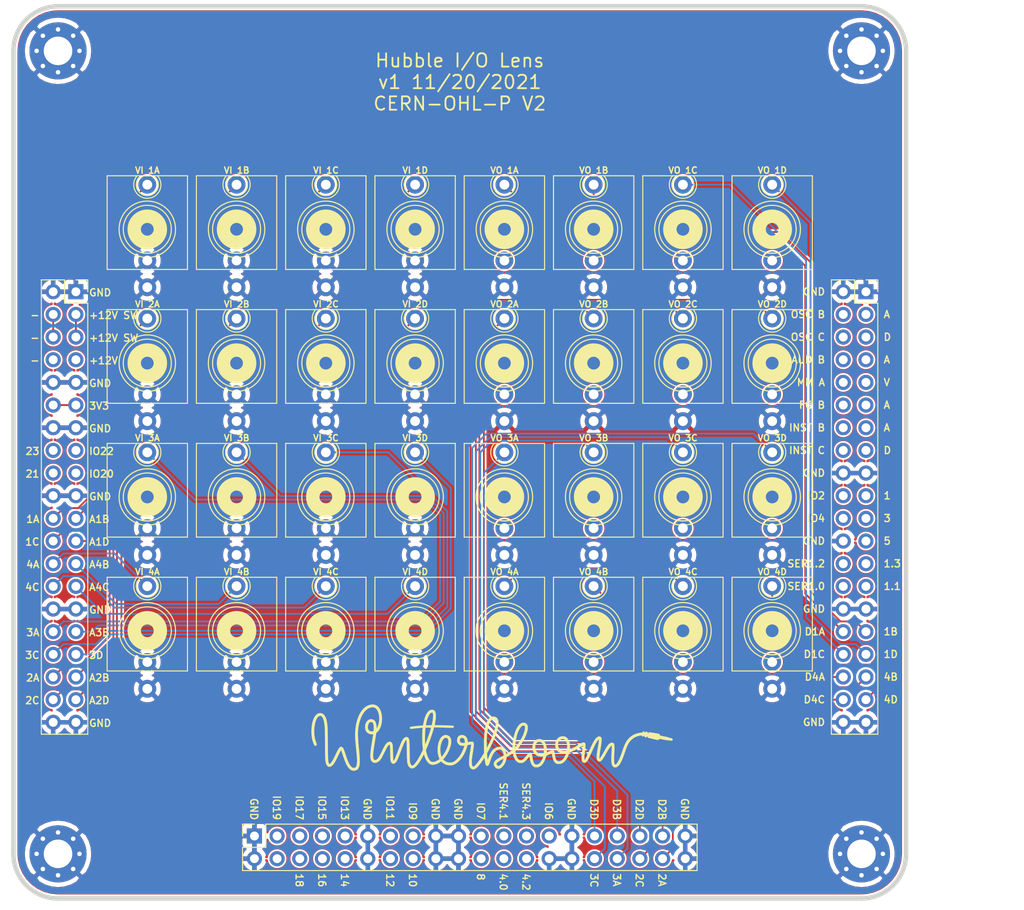
<source format=kicad_pcb>
(kicad_pcb (version 20171130) (host pcbnew "(5.1.10-1-10_14)")
  (title_block (title "TestKit Adapter Template") (date 2021-11-01) (rev v1) (company Winterbloom) (comment 1 "Alethea Flowers") (comment 2 "CERN-OHL-P V2"))
  (layers (0 F.Cu signal) (31 B.Cu signal) (34 B.Paste user) (35 F.Paste user) (36 B.SilkS user) (37 F.SilkS user) (38 B.Mask user) (39 F.Mask user) (44 Edge.Cuts user))
  (net 0 "")
  (net 1 +12V)
  (net 2 -12V)
  (net 3 +3V3)
  (net 4 GND)
  (net 5 SERIAL1.3)
  (net 6 SERIAL1.2)
  (net 7 SERIAL1.1)
  (net 8 SERIAL1.0)
  (net 9 +12VDOWNSTREAM)
  (net 10 -12VDOWNSTREAM)
  (net 11 /DAC_4D)
  (net 12 /DAC_2D)
  (net 13 /DAC_4C)
  (net 14 /DAC_2C)
  (net 15 /DAC_4B)
  (net 16 /DAC_2B)
  (net 17 /DAC_4A)
  (net 18 /DAC_2A)
  (net 19 /DAC_3D)
  (net 20 /DAC_1D)
  (net 21 /DAC_3C)
  (net 22 /DAC_1C)
  (net 23 /DAC_3B)
  (net 24 /DAC_1B)
  (net 25 /DAC_3A)
  (net 26 /DAC_1A)
  (net 27 SERIAL4.3)
  (net 28 SERIAL4.2)
  (net 29 SERIAL4.1)
  (net 30 SERIAL4.0)
  (net 31 /EXT_FG_B)
  (net 32 /EXT_FG_A)
  (net 33 /EXT_MM_A)
  (net 34 /EXT_MM_V)
  (net 35 /EXT_AUDIO_B)
  (net 36 /EXT_AUDIO_A)
  (net 37 /EXT_OSC_C)
  (net 38 /EXT_OSC_D)
  (net 39 /EXT_OSC_B)
  (net 40 /EXT_OSC_A)
  (net 41 /IO5)
  (net 42 /IO4)
  (net 43 /IO3)
  (net 44 /IO2)
  (net 45 /IO1)
  (net 46 /ADC_1D)
  (net 47 /ADC_1C)
  (net 48 /ADC_1B)
  (net 49 /ADC_1A)
  (net 50 /ADC_4A)
  (net 51 /ADC_4B)
  (net 52 /ADC_4C)
  (net 53 /ADC_4D)
  (net 54 /ADC_2A)
  (net 55 /ADC_2B)
  (net 56 /ADC_2C)
  (net 57 /ADC_2D)
  (net 58 /ADC_3D)
  (net 59 /ADC_3C)
  (net 60 /ADC_3B)
  (net 61 /ADC_3A)
  (net 62 /IO6)
  (net 63 /IO7)
  (net 64 /IO8)
  (net 65 /IO9)
  (net 66 /IO10)
  (net 67 /IO11)
  (net 68 /IO12)
  (net 69 /IO13)
  (net 70 /IO14)
  (net 71 /IO15)
  (net 72 /IO16)
  (net 73 /IO17)
  (net 74 /IO18)
  (net 75 /IO19)
  (net 76 /IO20)
  (net 77 /IO21)
  (net 78 "Net-(J7-Pad4)")
  (net 79 /IO22)
  (net 80 /IO23)
  (net 81 /EXT_INST_C)
  (net 82 /EXT_INST_D)
  (net 83 /EXT_INST_B)
  (net 84 /EXT_INST_A)
  (net 85 "Net-(J20-PadTN)")
  (net 86 "Net-(J21-PadTN)")
  (net 87 "Net-(J22-PadTN)")
  (net 88 "Net-(J23-PadTN)")
  (net 89 "Net-(J24-PadTN)")
  (net 90 "Net-(J25-PadTN)")
  (net 91 "Net-(J26-PadTN)")
  (net 92 "Net-(J27-PadTN)")
  (net 93 "Net-(J28-PadTN)")
  (net 94 "Net-(J29-PadTN)")
  (net 95 "Net-(J30-PadTN)")
  (net 96 "Net-(J31-PadTN)")
  (net 97 "Net-(J32-PadTN)")
  (net 98 "Net-(J33-PadTN)")
  (net 99 "Net-(J34-PadTN)")
  (net 100 "Net-(J35-PadTN)")
  (module winterbloom:WQP-WQP518MA (layer F.Cu) (at 160 119)
    (fp_text reference J35 hide)
    (fp_text value "VO 4D" (at 0.01 -6.61 180) (layer F.SilkS) (effects (font (size 0.7 0.7))))
    (pad T thru_hole circle (at 0 -5) (size 2 2) (drill 1.1) (layers *.Cu *.Mask) (net 11 /DAC_4D))
    (pad TN thru_hole circle (at 0 3.5) (size 2 2) (drill 1.1) (layers *.Cu *.Mask) (net 100 "Net-(J35-PadTN)"))
    (pad S thru_hole circle (at 0 6.5) (size 2 2) (drill 1.1) (layers *.Cu *.Mask) (net 4 GND))
  )
  (module winterbloom:WQP-WQP518MA (layer F.Cu) (at 150 119)
    (fp_text reference J34 hide)
    (fp_text value "VO 4C" (at 0.01 -6.61 180) (layer F.SilkS) (effects (font (size 0.7 0.7))))
    (pad T thru_hole circle (at 0 -5) (size 2 2) (drill 1.1) (layers *.Cu *.Mask) (net 13 /DAC_4C))
    (pad TN thru_hole circle (at 0 3.5) (size 2 2) (drill 1.1) (layers *.Cu *.Mask) (net 99 "Net-(J34-PadTN)"))
    (pad S thru_hole circle (at 0 6.5) (size 2 2) (drill 1.1) (layers *.Cu *.Mask) (net 4 GND))
  )
  (module winterbloom:WQP-WQP518MA (layer F.Cu) (at 140 119)
    (fp_text reference J33 hide)
    (fp_text value "VO 4B" (at 0.01 -6.61 180) (layer F.SilkS) (effects (font (size 0.7 0.7))))
    (pad T thru_hole circle (at 0 -5) (size 2 2) (drill 1.1) (layers *.Cu *.Mask) (net 15 /DAC_4B))
    (pad TN thru_hole circle (at 0 3.5) (size 2 2) (drill 1.1) (layers *.Cu *.Mask) (net 98 "Net-(J33-PadTN)"))
    (pad S thru_hole circle (at 0 6.5) (size 2 2) (drill 1.1) (layers *.Cu *.Mask) (net 4 GND))
  )
  (module winterbloom:WQP-WQP518MA (layer F.Cu) (at 130 119)
    (fp_text reference J32 hide)
    (fp_text value "VO 4A" (at 0.01 -6.61 180) (layer F.SilkS) (effects (font (size 0.7 0.7))))
    (pad T thru_hole circle (at 0 -5) (size 2 2) (drill 1.1) (layers *.Cu *.Mask) (net 17 /DAC_4A))
    (pad TN thru_hole circle (at 0 3.5) (size 2 2) (drill 1.1) (layers *.Cu *.Mask) (net 97 "Net-(J32-PadTN)"))
    (pad S thru_hole circle (at 0 6.5) (size 2 2) (drill 1.1) (layers *.Cu *.Mask) (net 4 GND))
  )
  (module winterbloom:WQP-WQP518MA (layer F.Cu) (at 160 104)
    (fp_text reference J31 hide)
    (fp_text value "VO 3D" (at 0.01 -6.61 180) (layer F.SilkS) (effects (font (size 0.7 0.7))))
    (pad T thru_hole circle (at 0 -5) (size 2 2) (drill 1.1) (layers *.Cu *.Mask) (net 19 /DAC_3D))
    (pad TN thru_hole circle (at 0 3.5) (size 2 2) (drill 1.1) (layers *.Cu *.Mask) (net 96 "Net-(J31-PadTN)"))
    (pad S thru_hole circle (at 0 6.5) (size 2 2) (drill 1.1) (layers *.Cu *.Mask) (net 4 GND))
  )
  (module winterbloom:WQP-WQP518MA (layer F.Cu) (at 150 104)
    (fp_text reference J30 hide)
    (fp_text value "VO 3C" (at 0.01 -6.61 180) (layer F.SilkS) (effects (font (size 0.7 0.7))))
    (pad T thru_hole circle (at 0 -5) (size 2 2) (drill 1.1) (layers *.Cu *.Mask) (net 21 /DAC_3C))
    (pad TN thru_hole circle (at 0 3.5) (size 2 2) (drill 1.1) (layers *.Cu *.Mask) (net 95 "Net-(J30-PadTN)"))
    (pad S thru_hole circle (at 0 6.5) (size 2 2) (drill 1.1) (layers *.Cu *.Mask) (net 4 GND))
  )
  (module winterbloom:WQP-WQP518MA (layer F.Cu) (at 140 104)
    (fp_text reference J29 hide)
    (fp_text value "VO 3B" (at 0.01 -6.61 180) (layer F.SilkS) (effects (font (size 0.7 0.7))))
    (pad T thru_hole circle (at 0 -5) (size 2 2) (drill 1.1) (layers *.Cu *.Mask) (net 23 /DAC_3B))
    (pad TN thru_hole circle (at 0 3.5) (size 2 2) (drill 1.1) (layers *.Cu *.Mask) (net 94 "Net-(J29-PadTN)"))
    (pad S thru_hole circle (at 0 6.5) (size 2 2) (drill 1.1) (layers *.Cu *.Mask) (net 4 GND))
  )
  (module winterbloom:WQP-WQP518MA (layer F.Cu) (at 130 104)
    (fp_text reference J28 hide)
    (fp_text value "VO 3A" (at 0.01 -6.61 180) (layer F.SilkS) (effects (font (size 0.7 0.7))))
    (pad T thru_hole circle (at 0 -5) (size 2 2) (drill 1.1) (layers *.Cu *.Mask) (net 25 /DAC_3A))
    (pad TN thru_hole circle (at 0 3.5) (size 2 2) (drill 1.1) (layers *.Cu *.Mask) (net 93 "Net-(J28-PadTN)"))
    (pad S thru_hole circle (at 0 6.5) (size 2 2) (drill 1.1) (layers *.Cu *.Mask) (net 4 GND))
  )
  (module winterbloom:WQP-WQP518MA (layer F.Cu) (at 160 89)
    (fp_text reference J27 hide)
    (fp_text value "VO 2D" (at 0.01 -6.61 180) (layer F.SilkS) (effects (font (size 0.7 0.7))))
    (pad T thru_hole circle (at 0 -5) (size 2 2) (drill 1.1) (layers *.Cu *.Mask) (net 12 /DAC_2D))
    (pad TN thru_hole circle (at 0 3.5) (size 2 2) (drill 1.1) (layers *.Cu *.Mask) (net 92 "Net-(J27-PadTN)"))
    (pad S thru_hole circle (at 0 6.5) (size 2 2) (drill 1.1) (layers *.Cu *.Mask) (net 4 GND))
  )
  (module winterbloom:WQP-WQP518MA (layer F.Cu) (at 150 89)
    (fp_text reference J26 hide)
    (fp_text value "VO 2C" (at 0.01 -6.61 180) (layer F.SilkS) (effects (font (size 0.7 0.7))))
    (pad T thru_hole circle (at 0 -5) (size 2 2) (drill 1.1) (layers *.Cu *.Mask) (net 14 /DAC_2C))
    (pad TN thru_hole circle (at 0 3.5) (size 2 2) (drill 1.1) (layers *.Cu *.Mask) (net 91 "Net-(J26-PadTN)"))
    (pad S thru_hole circle (at 0 6.5) (size 2 2) (drill 1.1) (layers *.Cu *.Mask) (net 4 GND))
  )
  (module winterbloom:WQP-WQP518MA (layer F.Cu) (at 140 89)
    (fp_text reference J25 hide)
    (fp_text value "VO 2B" (at 0.01 -6.61 180) (layer F.SilkS) (effects (font (size 0.7 0.7))))
    (pad T thru_hole circle (at 0 -5) (size 2 2) (drill 1.1) (layers *.Cu *.Mask) (net 16 /DAC_2B))
    (pad TN thru_hole circle (at 0 3.5) (size 2 2) (drill 1.1) (layers *.Cu *.Mask) (net 90 "Net-(J25-PadTN)"))
    (pad S thru_hole circle (at 0 6.5) (size 2 2) (drill 1.1) (layers *.Cu *.Mask) (net 4 GND))
  )
  (module winterbloom:WQP-WQP518MA (layer F.Cu) (at 130 89)
    (fp_text reference J24 hide)
    (fp_text value "VO 2A" (at 0.01 -6.61 180) (layer F.SilkS) (effects (font (size 0.7 0.7))))
    (pad T thru_hole circle (at 0 -5) (size 2 2) (drill 1.1) (layers *.Cu *.Mask) (net 18 /DAC_2A))
    (pad TN thru_hole circle (at 0 3.5) (size 2 2) (drill 1.1) (layers *.Cu *.Mask) (net 89 "Net-(J24-PadTN)"))
    (pad S thru_hole circle (at 0 6.5) (size 2 2) (drill 1.1) (layers *.Cu *.Mask) (net 4 GND))
  )
  (module winterbloom:WQP-WQP518MA (layer F.Cu) (at 160 74)
    (fp_text reference J23 hide)
    (fp_text value "VO 1D" (at 0.01 -6.61 180) (layer F.SilkS) (effects (font (size 0.7 0.7))))
    (pad T thru_hole circle (at 0 -5) (size 2 2) (drill 1.1) (layers *.Cu *.Mask) (net 20 /DAC_1D))
    (pad TN thru_hole circle (at 0 3.5) (size 2 2) (drill 1.1) (layers *.Cu *.Mask) (net 88 "Net-(J23-PadTN)"))
    (pad S thru_hole circle (at 0 6.5) (size 2 2) (drill 1.1) (layers *.Cu *.Mask) (net 4 GND))
  )
  (module winterbloom:WQP-WQP518MA (layer F.Cu) (at 150 74)
    (fp_text reference J22 hide)
    (fp_text value "VO 1C" (at 0.01 -6.61 180) (layer F.SilkS) (effects (font (size 0.7 0.7))))
    (pad T thru_hole circle (at 0 -5) (size 2 2) (drill 1.1) (layers *.Cu *.Mask) (net 22 /DAC_1C))
    (pad TN thru_hole circle (at 0 3.5) (size 2 2) (drill 1.1) (layers *.Cu *.Mask) (net 87 "Net-(J22-PadTN)"))
    (pad S thru_hole circle (at 0 6.5) (size 2 2) (drill 1.1) (layers *.Cu *.Mask) (net 4 GND))
  )
  (module winterbloom:WQP-WQP518MA (layer F.Cu) (at 140 74)
    (fp_text reference J21 hide)
    (fp_text value "VO 1B" (at 0.01 -6.61 180) (layer F.SilkS) (effects (font (size 0.7 0.7))))
    (pad T thru_hole circle (at 0 -5) (size 2 2) (drill 1.1) (layers *.Cu *.Mask) (net 24 /DAC_1B))
    (pad TN thru_hole circle (at 0 3.5) (size 2 2) (drill 1.1) (layers *.Cu *.Mask) (net 86 "Net-(J21-PadTN)"))
    (pad S thru_hole circle (at 0 6.5) (size 2 2) (drill 1.1) (layers *.Cu *.Mask) (net 4 GND))
  )
  (module winterbloom:WQP-WQP518MA (layer F.Cu) (at 130 74)
    (fp_text reference J20 hide)
    (fp_text value "VO 1A" (at 0.01 -6.61 180) (layer F.SilkS) (effects (font (size 0.7 0.7))))
    (pad T thru_hole circle (at 0 -5) (size 2 2) (drill 1.1) (layers *.Cu *.Mask) (net 26 /DAC_1A))
    (pad TN thru_hole circle (at 0 3.5) (size 2 2) (drill 1.1) (layers *.Cu *.Mask) (net 85 "Net-(J20-PadTN)"))
    (pad S thru_hole circle (at 0 6.5) (size 2 2) (drill 1.1) (layers *.Cu *.Mask) (net 4 GND))
  )
  (module winterbloom:WQP-WQP518MA (layer F.Cu) (at 120 119)
    (fp_text reference J19 hide)
    (fp_text value "VI 4D" (at 0.01 -6.61 180) (layer F.SilkS) (effects (font (size 0.7 0.7))))
    (pad T thru_hole circle (at 0 -5) (size 2 2) (drill 1.1) (layers *.Cu *.Mask) (net 53 /ADC_4D))
    (pad TN thru_hole circle (at 0 3.5) (size 2 2) (drill 1.1) (layers *.Cu *.Mask) (net 4 GND))
    (pad S thru_hole circle (at 0 6.5) (size 2 2) (drill 1.1) (layers *.Cu *.Mask) (net 4 GND))
  )
  (module winterbloom:WQP-WQP518MA (layer F.Cu) (at 110 119)
    (fp_text reference J18 hide)
    (fp_text value "VI 4C" (at 0.01 -6.61 180) (layer F.SilkS) (effects (font (size 0.7 0.7))))
    (pad T thru_hole circle (at 0 -5) (size 2 2) (drill 1.1) (layers *.Cu *.Mask) (net 52 /ADC_4C))
    (pad TN thru_hole circle (at 0 3.5) (size 2 2) (drill 1.1) (layers *.Cu *.Mask) (net 4 GND))
    (pad S thru_hole circle (at 0 6.5) (size 2 2) (drill 1.1) (layers *.Cu *.Mask) (net 4 GND))
  )
  (module winterbloom:WQP-WQP518MA (layer F.Cu) (at 100 119)
    (fp_text reference J17 hide)
    (fp_text value "VI 4B" (at 0.01 -6.61 180) (layer F.SilkS) (effects (font (size 0.7 0.7))))
    (pad T thru_hole circle (at 0 -5) (size 2 2) (drill 1.1) (layers *.Cu *.Mask) (net 51 /ADC_4B))
    (pad TN thru_hole circle (at 0 3.5) (size 2 2) (drill 1.1) (layers *.Cu *.Mask) (net 4 GND))
    (pad S thru_hole circle (at 0 6.5) (size 2 2) (drill 1.1) (layers *.Cu *.Mask) (net 4 GND))
  )
  (module winterbloom:WQP-WQP518MA (layer F.Cu) (at 90 119)
    (fp_text reference J16 hide)
    (fp_text value "VI 4A" (at 0.01 -6.61 180) (layer F.SilkS) (effects (font (size 0.7 0.7))))
    (pad T thru_hole circle (at 0 -5) (size 2 2) (drill 1.1) (layers *.Cu *.Mask) (net 50 /ADC_4A))
    (pad TN thru_hole circle (at 0 3.5) (size 2 2) (drill 1.1) (layers *.Cu *.Mask) (net 4 GND))
    (pad S thru_hole circle (at 0 6.5) (size 2 2) (drill 1.1) (layers *.Cu *.Mask) (net 4 GND))
  )
  (module winterbloom:WQP-WQP518MA (layer F.Cu) (at 120 104)
    (fp_text reference J15 hide)
    (fp_text value "VI 3D" (at 0.01 -6.61 180) (layer F.SilkS) (effects (font (size 0.7 0.7))))
    (pad T thru_hole circle (at 0 -5) (size 2 2) (drill 1.1) (layers *.Cu *.Mask) (net 58 /ADC_3D))
    (pad TN thru_hole circle (at 0 3.5) (size 2 2) (drill 1.1) (layers *.Cu *.Mask) (net 4 GND))
    (pad S thru_hole circle (at 0 6.5) (size 2 2) (drill 1.1) (layers *.Cu *.Mask) (net 4 GND))
  )
  (module winterbloom:WQP-WQP518MA (layer F.Cu) (at 110 104)
    (fp_text reference J14 hide)
    (fp_text value "VI 3C" (at 0.01 -6.61 180) (layer F.SilkS) (effects (font (size 0.7 0.7))))
    (pad T thru_hole circle (at 0 -5) (size 2 2) (drill 1.1) (layers *.Cu *.Mask) (net 59 /ADC_3C))
    (pad TN thru_hole circle (at 0 3.5) (size 2 2) (drill 1.1) (layers *.Cu *.Mask) (net 4 GND))
    (pad S thru_hole circle (at 0 6.5) (size 2 2) (drill 1.1) (layers *.Cu *.Mask) (net 4 GND))
  )
  (module winterbloom:WQP-WQP518MA (layer F.Cu) (at 100 104)
    (fp_text reference J13 hide)
    (fp_text value "VI 3B" (at 0.01 -6.61 180) (layer F.SilkS) (effects (font (size 0.7 0.7))))
    (pad T thru_hole circle (at 0 -5) (size 2 2) (drill 1.1) (layers *.Cu *.Mask) (net 60 /ADC_3B))
    (pad TN thru_hole circle (at 0 3.5) (size 2 2) (drill 1.1) (layers *.Cu *.Mask) (net 4 GND))
    (pad S thru_hole circle (at 0 6.5) (size 2 2) (drill 1.1) (layers *.Cu *.Mask) (net 4 GND))
  )
  (module winterbloom:WQP-WQP518MA (layer F.Cu) (at 90 104)
    (fp_text reference J12 hide)
    (fp_text value "VI 3A" (at 0.01 -6.61 180) (layer F.SilkS) (effects (font (size 0.7 0.7))))
    (pad T thru_hole circle (at 0 -5) (size 2 2) (drill 1.1) (layers *.Cu *.Mask) (net 61 /ADC_3A))
    (pad TN thru_hole circle (at 0 3.5) (size 2 2) (drill 1.1) (layers *.Cu *.Mask) (net 4 GND))
    (pad S thru_hole circle (at 0 6.5) (size 2 2) (drill 1.1) (layers *.Cu *.Mask) (net 4 GND))
  )
  (module winterbloom:WQP-WQP518MA (layer F.Cu) (at 120 89)
    (fp_text reference J11 hide)
    (fp_text value "VI 2D" (at 0.01 -6.61 180) (layer F.SilkS) (effects (font (size 0.7 0.7))))
    (pad T thru_hole circle (at 0 -5) (size 2 2) (drill 1.1) (layers *.Cu *.Mask) (net 57 /ADC_2D))
    (pad TN thru_hole circle (at 0 3.5) (size 2 2) (drill 1.1) (layers *.Cu *.Mask) (net 4 GND))
    (pad S thru_hole circle (at 0 6.5) (size 2 2) (drill 1.1) (layers *.Cu *.Mask) (net 4 GND))
  )
  (module winterbloom:WQP-WQP518MA (layer F.Cu) (at 110 89)
    (fp_text reference J10 hide)
    (fp_text value "VI 2C" (at 0.01 -6.61 180) (layer F.SilkS) (effects (font (size 0.7 0.7))))
    (pad T thru_hole circle (at 0 -5) (size 2 2) (drill 1.1) (layers *.Cu *.Mask) (net 56 /ADC_2C))
    (pad TN thru_hole circle (at 0 3.5) (size 2 2) (drill 1.1) (layers *.Cu *.Mask) (net 4 GND))
    (pad S thru_hole circle (at 0 6.5) (size 2 2) (drill 1.1) (layers *.Cu *.Mask) (net 4 GND))
  )
  (module winterbloom:WQP-WQP518MA (layer F.Cu) (at 100 89)
    (fp_text reference J9 hide)
    (fp_text value "VI 2B" (at 0.01 -6.61 180) (layer F.SilkS) (effects (font (size 0.7 0.7))))
    (pad T thru_hole circle (at 0 -5) (size 2 2) (drill 1.1) (layers *.Cu *.Mask) (net 55 /ADC_2B))
    (pad TN thru_hole circle (at 0 3.5) (size 2 2) (drill 1.1) (layers *.Cu *.Mask) (net 4 GND))
    (pad S thru_hole circle (at 0 6.5) (size 2 2) (drill 1.1) (layers *.Cu *.Mask) (net 4 GND))
  )
  (module winterbloom:WQP-WQP518MA (layer F.Cu) (at 90 89)
    (fp_text reference J8 hide)
    (fp_text value "VI 2A" (at 0.01 -6.61 180) (layer F.SilkS) (effects (font (size 0.7 0.7))))
    (pad T thru_hole circle (at 0 -5) (size 2 2) (drill 1.1) (layers *.Cu *.Mask) (net 54 /ADC_2A))
    (pad TN thru_hole circle (at 0 3.5) (size 2 2) (drill 1.1) (layers *.Cu *.Mask) (net 4 GND))
    (pad S thru_hole circle (at 0 6.5) (size 2 2) (drill 1.1) (layers *.Cu *.Mask) (net 4 GND))
  )
  (module winterbloom:WQP-WQP518MA (layer F.Cu) (at 120 74)
    (fp_text reference J4 hide)
    (fp_text value "VI 1D" (at 0.01 -6.61 180) (layer F.SilkS) (effects (font (size 0.7 0.7))))
    (pad T thru_hole circle (at 0 -5) (size 2 2) (drill 1.1) (layers *.Cu *.Mask) (net 46 /ADC_1D))
    (pad TN thru_hole circle (at 0 3.5) (size 2 2) (drill 1.1) (layers *.Cu *.Mask) (net 4 GND))
    (pad S thru_hole circle (at 0 6.5) (size 2 2) (drill 1.1) (layers *.Cu *.Mask) (net 4 GND))
  )
  (module winterbloom:WQP-WQP518MA (layer F.Cu) (at 110 74)
    (fp_text reference J3 hide)
    (fp_text value "VI 1C" (at 0.01 -6.61 180) (layer F.SilkS) (effects (font (size 0.7 0.7))))
    (pad T thru_hole circle (at 0 -5) (size 2 2) (drill 1.1) (layers *.Cu *.Mask) (net 47 /ADC_1C))
    (pad TN thru_hole circle (at 0 3.5) (size 2 2) (drill 1.1) (layers *.Cu *.Mask) (net 4 GND))
    (pad S thru_hole circle (at 0 6.5) (size 2 2) (drill 1.1) (layers *.Cu *.Mask) (net 4 GND))
  )
  (module winterbloom:WQP-WQP518MA (layer F.Cu) (at 100 74)
    (fp_text reference J2 hide)
    (fp_text value "VI 1B" (at 0.01 -6.61 180) (layer F.SilkS) (effects (font (size 0.7 0.7))))
    (pad T thru_hole circle (at 0 -5) (size 2 2) (drill 1.1) (layers *.Cu *.Mask) (net 48 /ADC_1B))
    (pad TN thru_hole circle (at 0 3.5) (size 2 2) (drill 1.1) (layers *.Cu *.Mask) (net 4 GND))
    (pad S thru_hole circle (at 0 6.5) (size 2 2) (drill 1.1) (layers *.Cu *.Mask) (net 4 GND))
  )
  (module winterbloom:WQP-WQP518MA (layer F.Cu) (at 90 74)
    (fp_text reference J1 hide)
    (fp_text value "VI 1A" (at 0.01 -6.61 180) (layer F.SilkS) (effects (font (size 0.7 0.7))))
    (pad T thru_hole circle (at 0 -5) (size 2 2) (drill 1.1) (layers *.Cu *.Mask) (net 49 /ADC_1A))
    (pad TN thru_hole circle (at 0 3.5) (size 2 2) (drill 1.1) (layers *.Cu *.Mask) (net 4 GND))
    (pad S thru_hole circle (at 0 6.5) (size 2 2) (drill 1.1) (layers *.Cu *.Mask) (net 4 GND))
  )
  (module MountingHole:MountingHole_3.2mm_M3_Pad_Via (layer F.Cu) (at 80 54)
    (fp_text reference H1 hide)
    (fp_text value M3 hide)
    (pad 1 thru_hole circle (at 1.697056 -1.697056) (size 0.8 0.8) (drill 0.5) (layers *.Cu *.Mask) (net 4 GND))
    (pad 1 thru_hole circle (at 0 -2.4) (size 0.8 0.8) (drill 0.5) (layers *.Cu *.Mask) (net 4 GND))
    (pad 1 thru_hole circle (at -1.697056 -1.697056) (size 0.8 0.8) (drill 0.5) (layers *.Cu *.Mask) (net 4 GND))
    (pad 1 thru_hole circle (at -2.4 0) (size 0.8 0.8) (drill 0.5) (layers *.Cu *.Mask) (net 4 GND))
    (pad 1 thru_hole circle (at -1.697056 1.697056) (size 0.8 0.8) (drill 0.5) (layers *.Cu *.Mask) (net 4 GND))
    (pad 1 thru_hole circle (at 0 2.4) (size 0.8 0.8) (drill 0.5) (layers *.Cu *.Mask) (net 4 GND))
    (pad 1 thru_hole circle (at 1.697056 1.697056) (size 0.8 0.8) (drill 0.5) (layers *.Cu *.Mask) (net 4 GND))
    (pad 1 thru_hole circle (at 2.4 0) (size 0.8 0.8) (drill 0.5) (layers *.Cu *.Mask) (net 4 GND))
    (pad 1 thru_hole circle (at 0 0) (size 6.4 6.4) (drill 3.2) (layers *.Cu *.Mask) (net 4 GND))
  )
  (module MountingHole:MountingHole_3.2mm_M3_Pad_Via (layer F.Cu) (at 170 144)
    (fp_text reference H4 hide)
    (fp_text value M3 hide)
    (pad 1 thru_hole circle (at 1.697056 -1.697056) (size 0.8 0.8) (drill 0.5) (layers *.Cu *.Mask) (net 4 GND))
    (pad 1 thru_hole circle (at 0 -2.4) (size 0.8 0.8) (drill 0.5) (layers *.Cu *.Mask) (net 4 GND))
    (pad 1 thru_hole circle (at -1.697056 -1.697056) (size 0.8 0.8) (drill 0.5) (layers *.Cu *.Mask) (net 4 GND))
    (pad 1 thru_hole circle (at -2.4 0) (size 0.8 0.8) (drill 0.5) (layers *.Cu *.Mask) (net 4 GND))
    (pad 1 thru_hole circle (at -1.697056 1.697056) (size 0.8 0.8) (drill 0.5) (layers *.Cu *.Mask) (net 4 GND))
    (pad 1 thru_hole circle (at 0 2.4) (size 0.8 0.8) (drill 0.5) (layers *.Cu *.Mask) (net 4 GND))
    (pad 1 thru_hole circle (at 1.697056 1.697056) (size 0.8 0.8) (drill 0.5) (layers *.Cu *.Mask) (net 4 GND))
    (pad 1 thru_hole circle (at 2.4 0) (size 0.8 0.8) (drill 0.5) (layers *.Cu *.Mask) (net 4 GND))
    (pad 1 thru_hole circle (at 0 0) (size 6.4 6.4) (drill 3.2) (layers *.Cu *.Mask) (net 4 GND))
  )
  (module MountingHole:MountingHole_3.2mm_M3_Pad_Via (layer F.Cu) (at 170 54)
    (fp_text reference H3 hide)
    (fp_text value M3 hide)
    (pad 1 thru_hole circle (at 1.697056 -1.697056) (size 0.8 0.8) (drill 0.5) (layers *.Cu *.Mask) (net 4 GND))
    (pad 1 thru_hole circle (at 0 -2.4) (size 0.8 0.8) (drill 0.5) (layers *.Cu *.Mask) (net 4 GND))
    (pad 1 thru_hole circle (at -1.697056 -1.697056) (size 0.8 0.8) (drill 0.5) (layers *.Cu *.Mask) (net 4 GND))
    (pad 1 thru_hole circle (at -2.4 0) (size 0.8 0.8) (drill 0.5) (layers *.Cu *.Mask) (net 4 GND))
    (pad 1 thru_hole circle (at -1.697056 1.697056) (size 0.8 0.8) (drill 0.5) (layers *.Cu *.Mask) (net 4 GND))
    (pad 1 thru_hole circle (at 0 2.4) (size 0.8 0.8) (drill 0.5) (layers *.Cu *.Mask) (net 4 GND))
    (pad 1 thru_hole circle (at 1.697056 1.697056) (size 0.8 0.8) (drill 0.5) (layers *.Cu *.Mask) (net 4 GND))
    (pad 1 thru_hole circle (at 2.4 0) (size 0.8 0.8) (drill 0.5) (layers *.Cu *.Mask) (net 4 GND))
    (pad 1 thru_hole circle (at 0 0) (size 6.4 6.4) (drill 3.2) (layers *.Cu *.Mask) (net 4 GND))
  )
  (module MountingHole:MountingHole_3.2mm_M3_Pad_Via (layer F.Cu) (at 80 144)
    (fp_text reference H2 hide)
    (fp_text value M3 hide)
    (pad 1 thru_hole circle (at 1.697056 -1.697056) (size 0.8 0.8) (drill 0.5) (layers *.Cu *.Mask) (net 4 GND))
    (pad 1 thru_hole circle (at 0 -2.4) (size 0.8 0.8) (drill 0.5) (layers *.Cu *.Mask) (net 4 GND))
    (pad 1 thru_hole circle (at -1.697056 -1.697056) (size 0.8 0.8) (drill 0.5) (layers *.Cu *.Mask) (net 4 GND))
    (pad 1 thru_hole circle (at -2.4 0) (size 0.8 0.8) (drill 0.5) (layers *.Cu *.Mask) (net 4 GND))
    (pad 1 thru_hole circle (at -1.697056 1.697056) (size 0.8 0.8) (drill 0.5) (layers *.Cu *.Mask) (net 4 GND))
    (pad 1 thru_hole circle (at 0 2.4) (size 0.8 0.8) (drill 0.5) (layers *.Cu *.Mask) (net 4 GND))
    (pad 1 thru_hole circle (at 1.697056 1.697056) (size 0.8 0.8) (drill 0.5) (layers *.Cu *.Mask) (net 4 GND))
    (pad 1 thru_hole circle (at 2.4 0) (size 0.8 0.8) (drill 0.5) (layers *.Cu *.Mask) (net 4 GND))
    (pad 1 thru_hole circle (at 0 0) (size 6.4 6.4) (drill 3.2) (layers *.Cu *.Mask) (net 4 GND))
  )
  (module winterbloom:Extra_Long_Wiggly_Boi_40mm (layer F.Cu) (at 128.62 130.97)
    (fp_text reference G*** hide)
    (fp_text value LOGO hide)
  )
  (module Connector_PinSocket_2.54mm:PinSocket_2x20_P2.54mm_Vertical (layer F.Cu) (at 102 142 90)
    (fp_text reference J7 hide)
    (fp_text value Bottom hide)
    (pad 40 thru_hole oval (at -2.54 48.26 90) (size 1.7 1.7) (drill 1) (layers *.Cu *.Mask) (net 4 GND))
    (pad 39 thru_hole oval (at 0 48.26 90) (size 1.7 1.7) (drill 1) (layers *.Cu *.Mask) (net 4 GND))
    (pad 38 thru_hole oval (at -2.54 45.72 90) (size 1.7 1.7) (drill 1) (layers *.Cu *.Mask) (net 18 /DAC_2A))
    (pad 37 thru_hole oval (at 0 45.72 90) (size 1.7 1.7) (drill 1) (layers *.Cu *.Mask) (net 16 /DAC_2B))
    (pad 36 thru_hole oval (at -2.54 43.18 90) (size 1.7 1.7) (drill 1) (layers *.Cu *.Mask) (net 14 /DAC_2C))
    (pad 35 thru_hole oval (at 0 43.18 90) (size 1.7 1.7) (drill 1) (layers *.Cu *.Mask) (net 12 /DAC_2D))
    (pad 34 thru_hole oval (at -2.54 40.64 90) (size 1.7 1.7) (drill 1) (layers *.Cu *.Mask) (net 25 /DAC_3A))
    (pad 33 thru_hole oval (at 0 40.64 90) (size 1.7 1.7) (drill 1) (layers *.Cu *.Mask) (net 23 /DAC_3B))
    (pad 32 thru_hole oval (at -2.54 38.1 90) (size 1.7 1.7) (drill 1) (layers *.Cu *.Mask) (net 21 /DAC_3C))
    (pad 31 thru_hole oval (at 0 38.1 90) (size 1.7 1.7) (drill 1) (layers *.Cu *.Mask) (net 19 /DAC_3D))
    (pad 30 thru_hole oval (at -2.54 35.56 90) (size 1.7 1.7) (drill 1) (layers *.Cu *.Mask) (net 4 GND))
    (pad 29 thru_hole oval (at 0 35.56 90) (size 1.7 1.7) (drill 1) (layers *.Cu *.Mask) (net 4 GND))
    (pad 28 thru_hole oval (at -2.54 33.02 90) (size 1.7 1.7) (drill 1) (layers *.Cu *.Mask) (net 4 GND))
    (pad 27 thru_hole oval (at 0 33.02 90) (size 1.7 1.7) (drill 1) (layers *.Cu *.Mask) (net 62 /IO6))
    (pad 26 thru_hole oval (at -2.54 30.48 90) (size 1.7 1.7) (drill 1) (layers *.Cu *.Mask) (net 28 SERIAL4.2))
    (pad 25 thru_hole oval (at 0 30.48 90) (size 1.7 1.7) (drill 1) (layers *.Cu *.Mask) (net 27 SERIAL4.3))
    (pad 24 thru_hole oval (at -2.54 27.94 90) (size 1.7 1.7) (drill 1) (layers *.Cu *.Mask) (net 30 SERIAL4.0))
    (pad 23 thru_hole oval (at 0 27.94 90) (size 1.7 1.7) (drill 1) (layers *.Cu *.Mask) (net 29 SERIAL4.1))
    (pad 22 thru_hole oval (at -2.54 25.4 90) (size 1.7 1.7) (drill 1) (layers *.Cu *.Mask) (net 64 /IO8))
    (pad 21 thru_hole oval (at 0 25.4 90) (size 1.7 1.7) (drill 1) (layers *.Cu *.Mask) (net 63 /IO7))
    (pad 20 thru_hole oval (at -2.54 22.86 90) (size 1.7 1.7) (drill 1) (layers *.Cu *.Mask) (net 4 GND))
    (pad 19 thru_hole oval (at 0 22.86 90) (size 1.7 1.7) (drill 1) (layers *.Cu *.Mask) (net 4 GND))
    (pad 18 thru_hole oval (at -2.54 20.32 90) (size 1.7 1.7) (drill 1) (layers *.Cu *.Mask) (net 4 GND))
    (pad 17 thru_hole oval (at 0 20.32 90) (size 1.7 1.7) (drill 1) (layers *.Cu *.Mask) (net 4 GND))
    (pad 16 thru_hole oval (at -2.54 17.78 90) (size 1.7 1.7) (drill 1) (layers *.Cu *.Mask) (net 66 /IO10))
    (pad 15 thru_hole oval (at 0 17.78 90) (size 1.7 1.7) (drill 1) (layers *.Cu *.Mask) (net 65 /IO9))
    (pad 14 thru_hole oval (at -2.54 15.24 90) (size 1.7 1.7) (drill 1) (layers *.Cu *.Mask) (net 68 /IO12))
    (pad 13 thru_hole oval (at 0 15.24 90) (size 1.7 1.7) (drill 1) (layers *.Cu *.Mask) (net 67 /IO11))
    (pad 12 thru_hole oval (at -2.54 12.7 90) (size 1.7 1.7) (drill 1) (layers *.Cu *.Mask) (net 4 GND))
    (pad 11 thru_hole oval (at 0 12.7 90) (size 1.7 1.7) (drill 1) (layers *.Cu *.Mask) (net 4 GND))
    (pad 10 thru_hole oval (at -2.54 10.16 90) (size 1.7 1.7) (drill 1) (layers *.Cu *.Mask) (net 70 /IO14))
    (pad 9 thru_hole oval (at 0 10.16 90) (size 1.7 1.7) (drill 1) (layers *.Cu *.Mask) (net 69 /IO13))
    (pad 8 thru_hole oval (at -2.54 7.62 90) (size 1.7 1.7) (drill 1) (layers *.Cu *.Mask) (net 72 /IO16))
    (pad 7 thru_hole oval (at 0 7.62 90) (size 1.7 1.7) (drill 1) (layers *.Cu *.Mask) (net 71 /IO15))
    (pad 6 thru_hole oval (at -2.54 5.08 90) (size 1.7 1.7) (drill 1) (layers *.Cu *.Mask) (net 74 /IO18))
    (pad 5 thru_hole oval (at 0 5.08 90) (size 1.7 1.7) (drill 1) (layers *.Cu *.Mask) (net 73 /IO17))
    (pad 4 thru_hole oval (at -2.54 2.54 90) (size 1.7 1.7) (drill 1) (layers *.Cu *.Mask) (net 78 "Net-(J7-Pad4)"))
    (pad 3 thru_hole oval (at 0 2.54 90) (size 1.7 1.7) (drill 1) (layers *.Cu *.Mask) (net 75 /IO19))
    (pad 2 thru_hole oval (at -2.54 0 90) (size 1.7 1.7) (drill 1) (layers *.Cu *.Mask) (net 4 GND))
    (pad 1 thru_hole rect (at 0 0 90) (size 1.7 1.7) (drill 1) (layers *.Cu *.Mask) (net 4 GND))
  )
  (module Connector_PinSocket_2.54mm:PinSocket_2x20_P2.54mm_Vertical (layer F.Cu) (at 170.5 81)
    (fp_text reference J6 hide)
    (fp_text value Right hide)
    (pad 40 thru_hole oval (at -2.54 48.26) (size 1.7 1.7) (drill 1) (layers *.Cu *.Mask) (net 4 GND))
    (pad 39 thru_hole oval (at 0 48.26) (size 1.7 1.7) (drill 1) (layers *.Cu *.Mask) (net 4 GND))
    (pad 38 thru_hole oval (at -2.54 45.72) (size 1.7 1.7) (drill 1) (layers *.Cu *.Mask) (net 13 /DAC_4C))
    (pad 37 thru_hole oval (at 0 45.72) (size 1.7 1.7) (drill 1) (layers *.Cu *.Mask) (net 11 /DAC_4D))
    (pad 36 thru_hole oval (at -2.54 43.18) (size 1.7 1.7) (drill 1) (layers *.Cu *.Mask) (net 17 /DAC_4A))
    (pad 35 thru_hole oval (at 0 43.18) (size 1.7 1.7) (drill 1) (layers *.Cu *.Mask) (net 15 /DAC_4B))
    (pad 34 thru_hole oval (at -2.54 40.64) (size 1.7 1.7) (drill 1) (layers *.Cu *.Mask) (net 22 /DAC_1C))
    (pad 33 thru_hole oval (at 0 40.64) (size 1.7 1.7) (drill 1) (layers *.Cu *.Mask) (net 20 /DAC_1D))
    (pad 32 thru_hole oval (at -2.54 38.1) (size 1.7 1.7) (drill 1) (layers *.Cu *.Mask) (net 26 /DAC_1A))
    (pad 31 thru_hole oval (at 0 38.1) (size 1.7 1.7) (drill 1) (layers *.Cu *.Mask) (net 24 /DAC_1B))
    (pad 30 thru_hole oval (at -2.54 35.56) (size 1.7 1.7) (drill 1) (layers *.Cu *.Mask) (net 4 GND))
    (pad 29 thru_hole oval (at 0 35.56) (size 1.7 1.7) (drill 1) (layers *.Cu *.Mask) (net 4 GND))
    (pad 28 thru_hole oval (at -2.54 33.02) (size 1.7 1.7) (drill 1) (layers *.Cu *.Mask) (net 8 SERIAL1.0))
    (pad 27 thru_hole oval (at 0 33.02) (size 1.7 1.7) (drill 1) (layers *.Cu *.Mask) (net 7 SERIAL1.1))
    (pad 26 thru_hole oval (at -2.54 30.48) (size 1.7 1.7) (drill 1) (layers *.Cu *.Mask) (net 6 SERIAL1.2))
    (pad 25 thru_hole oval (at 0 30.48) (size 1.7 1.7) (drill 1) (layers *.Cu *.Mask) (net 5 SERIAL1.3))
    (pad 24 thru_hole oval (at -2.54 27.94) (size 1.7 1.7) (drill 1) (layers *.Cu *.Mask) (net 4 GND))
    (pad 23 thru_hole oval (at 0 27.94) (size 1.7 1.7) (drill 1) (layers *.Cu *.Mask) (net 41 /IO5))
    (pad 22 thru_hole oval (at -2.54 25.4) (size 1.7 1.7) (drill 1) (layers *.Cu *.Mask) (net 42 /IO4))
    (pad 21 thru_hole oval (at 0 25.4) (size 1.7 1.7) (drill 1) (layers *.Cu *.Mask) (net 43 /IO3))
    (pad 20 thru_hole oval (at -2.54 22.86) (size 1.7 1.7) (drill 1) (layers *.Cu *.Mask) (net 44 /IO2))
    (pad 19 thru_hole oval (at 0 22.86) (size 1.7 1.7) (drill 1) (layers *.Cu *.Mask) (net 45 /IO1))
    (pad 18 thru_hole oval (at -2.54 20.32) (size 1.7 1.7) (drill 1) (layers *.Cu *.Mask) (net 4 GND))
    (pad 17 thru_hole oval (at 0 20.32) (size 1.7 1.7) (drill 1) (layers *.Cu *.Mask) (net 4 GND))
    (pad 16 thru_hole oval (at -2.54 17.78) (size 1.7 1.7) (drill 1) (layers *.Cu *.Mask) (net 81 /EXT_INST_C))
    (pad 15 thru_hole oval (at 0 17.78) (size 1.7 1.7) (drill 1) (layers *.Cu *.Mask) (net 82 /EXT_INST_D))
    (pad 14 thru_hole oval (at -2.54 15.24) (size 1.7 1.7) (drill 1) (layers *.Cu *.Mask) (net 83 /EXT_INST_B))
    (pad 13 thru_hole oval (at 0 15.24) (size 1.7 1.7) (drill 1) (layers *.Cu *.Mask) (net 84 /EXT_INST_A))
    (pad 12 thru_hole oval (at -2.54 12.7) (size 1.7 1.7) (drill 1) (layers *.Cu *.Mask) (net 31 /EXT_FG_B))
    (pad 11 thru_hole oval (at 0 12.7) (size 1.7 1.7) (drill 1) (layers *.Cu *.Mask) (net 32 /EXT_FG_A))
    (pad 10 thru_hole oval (at -2.54 10.16) (size 1.7 1.7) (drill 1) (layers *.Cu *.Mask) (net 33 /EXT_MM_A))
    (pad 9 thru_hole oval (at 0 10.16) (size 1.7 1.7) (drill 1) (layers *.Cu *.Mask) (net 34 /EXT_MM_V))
    (pad 8 thru_hole oval (at -2.54 7.62) (size 1.7 1.7) (drill 1) (layers *.Cu *.Mask) (net 35 /EXT_AUDIO_B))
    (pad 7 thru_hole oval (at 0 7.62) (size 1.7 1.7) (drill 1) (layers *.Cu *.Mask) (net 36 /EXT_AUDIO_A))
    (pad 6 thru_hole oval (at -2.54 5.08) (size 1.7 1.7) (drill 1) (layers *.Cu *.Mask) (net 37 /EXT_OSC_C))
    (pad 5 thru_hole oval (at 0 5.08) (size 1.7 1.7) (drill 1) (layers *.Cu *.Mask) (net 38 /EXT_OSC_D))
    (pad 4 thru_hole oval (at -2.54 2.54) (size 1.7 1.7) (drill 1) (layers *.Cu *.Mask) (net 39 /EXT_OSC_B))
    (pad 3 thru_hole oval (at 0 2.54) (size 1.7 1.7) (drill 1) (layers *.Cu *.Mask) (net 40 /EXT_OSC_A))
    (pad 2 thru_hole oval (at -2.54 0) (size 1.7 1.7) (drill 1) (layers *.Cu *.Mask) (net 4 GND))
    (pad 1 thru_hole rect (at 0 0) (size 1.7 1.7) (drill 1) (layers *.Cu *.Mask) (net 4 GND))
  )
  (module Connector_PinSocket_2.54mm:PinSocket_2x20_P2.54mm_Vertical (layer F.Cu) (at 82 81)
    (fp_text reference J5 hide)
    (fp_text value Left hide)
    (pad 40 thru_hole oval (at -2.54 48.26) (size 1.7 1.7) (drill 1) (layers *.Cu *.Mask) (net 4 GND))
    (pad 39 thru_hole oval (at 0 48.26) (size 1.7 1.7) (drill 1) (layers *.Cu *.Mask) (net 4 GND))
    (pad 38 thru_hole oval (at -2.54 45.72) (size 1.7 1.7) (drill 1) (layers *.Cu *.Mask) (net 56 /ADC_2C))
    (pad 37 thru_hole oval (at 0 45.72) (size 1.7 1.7) (drill 1) (layers *.Cu *.Mask) (net 57 /ADC_2D))
    (pad 36 thru_hole oval (at -2.54 43.18) (size 1.7 1.7) (drill 1) (layers *.Cu *.Mask) (net 54 /ADC_2A))
    (pad 35 thru_hole oval (at 0 43.18) (size 1.7 1.7) (drill 1) (layers *.Cu *.Mask) (net 55 /ADC_2B))
    (pad 34 thru_hole oval (at -2.54 40.64) (size 1.7 1.7) (drill 1) (layers *.Cu *.Mask) (net 59 /ADC_3C))
    (pad 33 thru_hole oval (at 0 40.64) (size 1.7 1.7) (drill 1) (layers *.Cu *.Mask) (net 58 /ADC_3D))
    (pad 32 thru_hole oval (at -2.54 38.1) (size 1.7 1.7) (drill 1) (layers *.Cu *.Mask) (net 61 /ADC_3A))
    (pad 31 thru_hole oval (at 0 38.1) (size 1.7 1.7) (drill 1) (layers *.Cu *.Mask) (net 60 /ADC_3B))
    (pad 30 thru_hole oval (at -2.54 35.56) (size 1.7 1.7) (drill 1) (layers *.Cu *.Mask) (net 4 GND))
    (pad 29 thru_hole oval (at 0 35.56) (size 1.7 1.7) (drill 1) (layers *.Cu *.Mask) (net 4 GND))
    (pad 28 thru_hole oval (at -2.54 33.02) (size 1.7 1.7) (drill 1) (layers *.Cu *.Mask) (net 52 /ADC_4C))
    (pad 27 thru_hole oval (at 0 33.02) (size 1.7 1.7) (drill 1) (layers *.Cu *.Mask) (net 53 /ADC_4D))
    (pad 26 thru_hole oval (at -2.54 30.48) (size 1.7 1.7) (drill 1) (layers *.Cu *.Mask) (net 50 /ADC_4A))
    (pad 25 thru_hole oval (at 0 30.48) (size 1.7 1.7) (drill 1) (layers *.Cu *.Mask) (net 51 /ADC_4B))
    (pad 24 thru_hole oval (at -2.54 27.94) (size 1.7 1.7) (drill 1) (layers *.Cu *.Mask) (net 47 /ADC_1C))
    (pad 23 thru_hole oval (at 0 27.94) (size 1.7 1.7) (drill 1) (layers *.Cu *.Mask) (net 46 /ADC_1D))
    (pad 22 thru_hole oval (at -2.54 25.4) (size 1.7 1.7) (drill 1) (layers *.Cu *.Mask) (net 49 /ADC_1A))
    (pad 21 thru_hole oval (at 0 25.4) (size 1.7 1.7) (drill 1) (layers *.Cu *.Mask) (net 48 /ADC_1B))
    (pad 20 thru_hole oval (at -2.54 22.86) (size 1.7 1.7) (drill 1) (layers *.Cu *.Mask) (net 4 GND))
    (pad 19 thru_hole oval (at 0 22.86) (size 1.7 1.7) (drill 1) (layers *.Cu *.Mask) (net 4 GND))
    (pad 18 thru_hole oval (at -2.54 20.32) (size 1.7 1.7) (drill 1) (layers *.Cu *.Mask) (net 77 /IO21))
    (pad 17 thru_hole oval (at 0 20.32) (size 1.7 1.7) (drill 1) (layers *.Cu *.Mask) (net 76 /IO20))
    (pad 16 thru_hole oval (at -2.54 17.78) (size 1.7 1.7) (drill 1) (layers *.Cu *.Mask) (net 80 /IO23))
    (pad 15 thru_hole oval (at 0 17.78) (size 1.7 1.7) (drill 1) (layers *.Cu *.Mask) (net 79 /IO22))
    (pad 14 thru_hole oval (at -2.54 15.24) (size 1.7 1.7) (drill 1) (layers *.Cu *.Mask) (net 4 GND))
    (pad 13 thru_hole oval (at 0 15.24) (size 1.7 1.7) (drill 1) (layers *.Cu *.Mask) (net 4 GND))
    (pad 12 thru_hole oval (at -2.54 12.7) (size 1.7 1.7) (drill 1) (layers *.Cu *.Mask) (net 3 +3V3))
    (pad 11 thru_hole oval (at 0 12.7) (size 1.7 1.7) (drill 1) (layers *.Cu *.Mask) (net 3 +3V3))
    (pad 10 thru_hole oval (at -2.54 10.16) (size 1.7 1.7) (drill 1) (layers *.Cu *.Mask) (net 4 GND))
    (pad 9 thru_hole oval (at 0 10.16) (size 1.7 1.7) (drill 1) (layers *.Cu *.Mask) (net 4 GND))
    (pad 8 thru_hole oval (at -2.54 7.62) (size 1.7 1.7) (drill 1) (layers *.Cu *.Mask) (net 2 -12V))
    (pad 7 thru_hole oval (at 0 7.62) (size 1.7 1.7) (drill 1) (layers *.Cu *.Mask) (net 1 +12V))
    (pad 6 thru_hole oval (at -2.54 5.08) (size 1.7 1.7) (drill 1) (layers *.Cu *.Mask) (net 10 -12VDOWNSTREAM))
    (pad 5 thru_hole oval (at 0 5.08) (size 1.7 1.7) (drill 1) (layers *.Cu *.Mask) (net 9 +12VDOWNSTREAM))
    (pad 4 thru_hole oval (at -2.54 2.54) (size 1.7 1.7) (drill 1) (layers *.Cu *.Mask) (net 10 -12VDOWNSTREAM))
    (pad 3 thru_hole oval (at 0 2.54) (size 1.7 1.7) (drill 1) (layers *.Cu *.Mask) (net 9 +12VDOWNSTREAM))
    (pad 2 thru_hole oval (at -2.54 0) (size 1.7 1.7) (drill 1) (layers *.Cu *.Mask) (net 4 GND))
    (pad 1 thru_hole rect (at 0 0) (size 1.7 1.7) (drill 1) (layers *.Cu *.Mask) (net 4 GND))
  )
  (gr_text "Hubble I/O Lens\nv1 11/20/2021\nCERN-OHL-P V2" (at 125 57.5) (layer F.SilkS) (effects (font (size 1.5 1.5) (thickness 0.2))))
  (gr_text - (at 78 86.158946) (layer F.SilkS) (effects (font (size 0.8 0.8)) (justify right)))
  (gr_text - (at 78 88.698419) (layer F.SilkS) (effects (font (size 0.8 0.8)) (justify right)))
  (gr_text - (at 78 83.619473) (layer F.SilkS) (effects (font (size 0.8 0.8)) (justify right)))
  (gr_text GND (at 83.4 81.1) (layer F.SilkS) (effects (font (size 0.8 0.8)) (justify left)))
  (gr_text GND (at 83.4 91.257892) (layer F.SilkS) (effects (font (size 0.8 0.8)) (justify left)))
  (gr_text "+12V SW" (at 83.4 83.639473) (layer F.SilkS) (effects (font (size 0.8 0.8)) (justify left)))
  (gr_text GND (at 83.4 96.336838) (layer F.SilkS) (effects (font (size 0.8 0.8)) (justify left)))
  (gr_text IO22 (at 83.4 98.876311) (layer F.SilkS) (effects (font (size 0.8 0.8)) (justify left)))
  (gr_text A2D (at 83.4 126.810514) (layer F.SilkS) (effects (font (size 0.8 0.8)) (justify left)))
  (gr_text A1D (at 83.4 109.034203) (layer F.SilkS) (effects (font (size 0.8 0.8)) (justify left)))
  (gr_text A1B (at 83.4 106.49473) (layer F.SilkS) (effects (font (size 0.8 0.8)) (justify left)))
  (gr_text +12V (at 83.4 88.718419) (layer F.SilkS) (effects (font (size 0.8 0.8)) (justify left)))
  (gr_text "+12V SW" (at 83.4 86.178946) (layer F.SilkS) (effects (font (size 0.8 0.8)) (justify left)))
  (gr_text A4B (at 83.4 111.573676) (layer F.SilkS) (effects (font (size 0.8 0.8)) (justify left)))
  (gr_text A4C (at 83.4 114.113149) (layer F.SilkS) (effects (font (size 0.8 0.8)) (justify left)))
  (gr_text GND (at 83.4 129.35) (layer F.SilkS) (effects (font (size 0.8 0.8)) (justify left)))
  (gr_text GND (at 83.4 116.652622) (layer F.SilkS) (effects (font (size 0.8 0.8)) (justify left)))
  (gr_text GND (at 83.4 103.955257) (layer F.SilkS) (effects (font (size 0.8 0.8)) (justify left)))
  (gr_text A2B (at 83.4 124.271041) (layer F.SilkS) (effects (font (size 0.8 0.8)) (justify left)))
  (gr_text A3B (at 83.4 119.192095) (layer F.SilkS) (effects (font (size 0.8 0.8)) (justify left)))
  (gr_text 3D (at 83.4 121.731568) (layer F.SilkS) (effects (font (size 0.8 0.8)) (justify left)))
  (gr_text IO20 (at 83.4 101.415784) (layer F.SilkS) (effects (font (size 0.8 0.8)) (justify left)))
  (gr_text 3V3 (at 83.4 93.797365) (layer F.SilkS) (effects (font (size 0.8 0.8)) (justify left)))
  (gr_text 1A (at 78 106.49473) (layer F.SilkS) (effects (font (size 0.8 0.8)) (justify right)))
  (gr_text 1C (at 78 109.034203) (layer F.SilkS) (effects (font (size 0.8 0.8)) (justify right)))
  (gr_text 4A (at 78 111.573676) (layer F.SilkS) (effects (font (size 0.8 0.8)) (justify right)))
  (gr_text 4C (at 78 114.113149) (layer F.SilkS) (effects (font (size 0.8 0.8)) (justify right)))
  (gr_text 23 (at 78 98.876311) (layer F.SilkS) (effects (font (size 0.8 0.8)) (justify right)))
  (gr_text 2C (at 78 126.810514) (layer F.SilkS) (effects (font (size 0.8 0.8)) (justify right)))
  (gr_text 2A (at 78 124.271041) (layer F.SilkS) (effects (font (size 0.8 0.8)) (justify right)))
  (gr_text 3A (at 78 119.192095) (layer F.SilkS) (effects (font (size 0.8 0.8)) (justify right)))
  (gr_text 3C (at 78 121.731568) (layer F.SilkS) (effects (font (size 0.8 0.8)) (justify right)))
  (gr_text 21 (at 78 101.415784) (layer F.SilkS) (effects (font (size 0.8 0.8)) (justify right)))
  (gr_text 2C (at 145.121054 146.1 -90) (layer F.SilkS) (effects (font (size 0.8 0.8)) (justify left)))
  (gr_text 3A (at 142.581581 146.1 -90) (layer F.SilkS) (effects (font (size 0.8 0.8)) (justify left)))
  (gr_text 10 (at 119.726324 146.1 -90) (layer F.SilkS) (effects (font (size 0.8 0.8)) (justify left)))
  (gr_text 12 (at 117.186851 146.1 -90) (layer F.SilkS) (effects (font (size 0.8 0.8)) (justify left)))
  (gr_text 8 (at 127.344743 146.1 -90) (layer F.SilkS) (effects (font (size 0.8 0.8)) (justify left)))
  (gr_text 4.2 (at 132.423689 146.1 -90) (layer F.SilkS) (effects (font (size 0.8 0.8)) (justify left)))
  (gr_text 18 (at 107.028959 146.1 -90) (layer F.SilkS) (effects (font (size 0.8 0.8)) (justify left)))
  (gr_text 14 (at 112.107905 146.1 -90) (layer F.SilkS) (effects (font (size 0.8 0.8)) (justify left)))
  (gr_text 16 (at 109.568432 146.1 -90) (layer F.SilkS) (effects (font (size 0.8 0.8)) (justify left)))
  (gr_text 4.0 (at 129.884216 146.1 -90) (layer F.SilkS) (effects (font (size 0.8 0.8)) (justify left)))
  (gr_text 2A (at 147.660527 146.1 -90) (layer F.SilkS) (effects (font (size 0.8 0.8)) (justify left)))
  (gr_text 3C (at 140.042108 146.1 -90) (layer F.SilkS) (effects (font (size 0.8 0.8)) (justify left)))
  (gr_text IO9 (at 119.726324 140.3 -90) (layer F.SilkS) (effects (font (size 0.8 0.8)) (justify right)))
  (gr_text IO15 (at 109.568432 140.3 -90) (layer F.SilkS) (effects (font (size 0.8 0.8)) (justify right)))
  (gr_text GND (at 101.95 140.3 270) (layer F.SilkS) (effects (font (size 0.8 0.8)) (justify right)))
  (gr_text IO17 (at 107.028959 140.3 -90) (layer F.SilkS) (effects (font (size 0.8 0.8)) (justify right)))
  (gr_text SER4.3 (at 132.423689 140.3 -90) (layer F.SilkS) (effects (font (size 0.8 0.8)) (justify right)))
  (gr_text IO13 (at 112.107905 140.3 -90) (layer F.SilkS) (effects (font (size 0.8 0.8)) (justify right)))
  (gr_text GND (at 114.647378 140.3 270) (layer F.SilkS) (effects (font (size 0.8 0.8)) (justify right)))
  (gr_text IO19 (at 104.489486 140.3 -90) (layer F.SilkS) (effects (font (size 0.8 0.8)) (justify right)))
  (gr_text IO11 (at 117.186851 140.3 -90) (layer F.SilkS) (effects (font (size 0.8 0.8)) (justify right)))
  (gr_text SER4.1 (at 129.884216 140.3 -90) (layer F.SilkS) (effects (font (size 0.8 0.8)) (justify right)))
  (gr_text IO7 (at 127.344743 140.3 -90) (layer F.SilkS) (effects (font (size 0.8 0.8)) (justify right)))
  (gr_text IO6 (at 134.963162 140.3 -90) (layer F.SilkS) (effects (font (size 0.8 0.8)) (justify right)))
  (gr_text GND (at 137.502635 140.3 -90) (layer F.SilkS) (effects (font (size 0.8 0.8)) (justify right)))
  (gr_text GND (at 122.265797 140.3 270) (layer F.SilkS) (effects (font (size 0.8 0.8)) (justify right)))
  (gr_text GND (at 124.80527 140.3 -90) (layer F.SilkS) (effects (font (size 0.8 0.8)) (justify right)))
  (gr_text D2D (at 145.121054 140.3 -90) (layer F.SilkS) (effects (font (size 0.8 0.8)) (justify right)))
  (gr_text D3B (at 142.581581 140.3 -90) (layer F.SilkS) (effects (font (size 0.8 0.8)) (justify right)))
  (gr_text GND (at 150.2 140.3 270) (layer F.SilkS) (effects (font (size 0.8 0.8)) (justify right)))
  (gr_text D2B (at 147.660527 140.3 -90) (layer F.SilkS) (effects (font (size 0.8 0.8)) (justify right)))
  (gr_text D3D (at 140.042108 140.3 -90) (layer F.SilkS) (effects (font (size 0.8 0.8)) (justify right)))
  (gr_text 4D (at 172.4 126.710514) (layer F.SilkS) (effects (font (size 0.8 0.8)) (justify left)))
  (gr_text 4B (at 172.4 124.171041) (layer F.SilkS) (effects (font (size 0.8 0.8)) (justify left)))
  (gr_text 1D (at 172.4 121.631568) (layer F.SilkS) (effects (font (size 0.8 0.8)) (justify left)))
  (gr_text 1B (at 172.4 119.092095) (layer F.SilkS) (effects (font (size 0.8 0.8)) (justify left)))
  (gr_text 1.1 (at 172.4 114.013149) (layer F.SilkS) (effects (font (size 0.8 0.8)) (justify left)))
  (gr_text 1.3 (at 172.4 111.473676) (layer F.SilkS) (effects (font (size 0.8 0.8)) (justify left)))
  (gr_text 5 (at 172.4 108.934203) (layer F.SilkS) (effects (font (size 0.8 0.8)) (justify left)))
  (gr_text 3 (at 172.4 106.39473) (layer F.SilkS) (effects (font (size 0.8 0.8)) (justify left)))
  (gr_text 1 (at 172.4 103.855257) (layer F.SilkS) (effects (font (size 0.8 0.8)) (justify left)))
  (gr_text D (at 172.4 98.776311) (layer F.SilkS) (effects (font (size 0.8 0.8)) (justify left)))
  (gr_text A (at 172.4 96.236838) (layer F.SilkS) (effects (font (size 0.8 0.8)) (justify left)))
  (gr_text A (at 172.4 93.697365) (layer F.SilkS) (effects (font (size 0.8 0.8)) (justify left)))
  (gr_text GND (at 166 129.25) (layer F.SilkS) (effects (font (size 0.8 0.8)) (justify right)))
  (gr_text D4C (at 166 126.710514) (layer F.SilkS) (effects (font (size 0.8 0.8)) (justify right)))
  (gr_text D4A (at 166 124.171041) (layer F.SilkS) (effects (font (size 0.8 0.8)) (justify right)))
  (gr_text D1C (at 166 121.631568) (layer F.SilkS) (effects (font (size 0.8 0.8)) (justify right)))
  (gr_text D1A (at 166 119.092095) (layer F.SilkS) (effects (font (size 0.8 0.8)) (justify right)))
  (gr_text GND (at 166 116.552622) (layer F.SilkS) (effects (font (size 0.8 0.8)) (justify right)))
  (gr_text SER1.0 (at 166 114.013149) (layer F.SilkS) (effects (font (size 0.8 0.8)) (justify right)))
  (gr_text SER1.2 (at 166 111.473676) (layer F.SilkS) (effects (font (size 0.8 0.8)) (justify right)))
  (gr_text GND (at 166 108.934203) (layer F.SilkS) (effects (font (size 0.8 0.8)) (justify right)))
  (gr_text IO4 (at 166 106.39473) (layer F.SilkS) (effects (font (size 0.8 0.8)) (justify right)))
  (gr_text IO2 (at 166 103.855257) (layer F.SilkS) (effects (font (size 0.8 0.8)) (justify right)))
  (gr_text GND (at 166 101.315784) (layer F.SilkS) (effects (font (size 0.8 0.8)) (justify right)))
  (gr_text "INST C" (at 166 98.776311) (layer F.SilkS) (effects (font (size 0.8 0.8)) (justify right)))
  (gr_text "INST B" (at 166 96.236838) (layer F.SilkS) (effects (font (size 0.8 0.8)) (justify right)))
  (gr_text "FG B" (at 166 93.697365) (layer F.SilkS) (effects (font (size 0.8 0.8)) (justify right)))
  (gr_text V (at 172.4 91.157892) (layer F.SilkS) (effects (font (size 0.8 0.8)) (justify left)))
  (gr_text "MM A" (at 166 91.157892) (layer F.SilkS) (effects (font (size 0.8 0.8)) (justify right)))
  (gr_text A (at 172.4 88.618419) (layer F.SilkS) (effects (font (size 0.8 0.8)) (justify left)))
  (gr_text "AUD B" (at 166 88.618419) (layer F.SilkS) (effects (font (size 0.8 0.8)) (justify right)))
  (gr_text D (at 172.4 86.078946) (layer F.SilkS) (effects (font (size 0.8 0.8)) (justify left)))
  (gr_text "OSC C" (at 166 86.078946) (layer F.SilkS) (effects (font (size 0.8 0.8)) (justify right)))
  (gr_text A (at 172.4 83.539473) (layer F.SilkS) (effects (font (size 0.8 0.8)) (justify left)))
  (gr_text "OSC B" (at 166 83.539473) (layer F.SilkS) (effects (font (size 0.8 0.8)) (justify right)))
  (gr_text GND (at 166 81) (layer F.SilkS) (effects (font (size 0.8 0.8)) (justify right)))
  (gr_arc (start 80 144) (end 75 144) (angle -90) (layer Edge.Cuts) (width 0.5))
  (gr_arc (start 170 144) (end 170 149) (angle -90) (layer Edge.Cuts) (width 0.5))
  (gr_arc (start 170 54) (end 175 54) (angle -90) (layer Edge.Cuts) (width 0.5))
  (gr_arc (start 80 54) (end 80 49) (angle -90) (layer Edge.Cuts) (width 0.5))
  (gr_line (start 75 144) (end 75 54) (layer Edge.Cuts) (width 0.5))
  (gr_line (start 170 149) (end 80 149) (layer Edge.Cuts) (width 0.5))
  (gr_line (start 175 54) (end 175 144) (layer Edge.Cuts) (width 0.5))
  (gr_line (start 80 49) (end 170 49) (layer Edge.Cuts) (width 0.5))
  (segment (start 79.46 93.7) (end 82 93.7) (width 0.2) (layer F.Cu) (net 3))
  (segment (start 82 83.54) (end 82 86.08) (width 0.2) (layer F.Cu) (net 9))
  (segment (start 79.46 83.54) (end 79.46 86.08) (width 0.2) (layer F.Cu) (net 10))
  (segment (start 171.650001 123.627999) (end 170.812003 122.790001) (width 0.2) (layer F.Cu) (net 11))
  (segment (start 170.812003 122.790001) (end 166.390001 122.790001) (width 0.2) (layer F.Cu) (net 11))
  (segment (start 171.650001 125.569999) (end 171.650001 123.627999) (width 0.2) (layer F.Cu) (net 11))
  (segment (start 170.5 126.72) (end 171.650001 125.569999) (width 0.2) (layer F.Cu) (net 11))
  (segment (start 160 116.4) (end 160 114) (width 0.2) (layer F.Cu) (net 11))
  (segment (start 166.390001 122.790001) (end 160 116.4) (width 0.2) (layer F.Cu) (net 11))
  (segment (start 145.18 142) (end 145.18 136.28) (width 0.2) (layer F.Cu) (net 12))
  (segment (start 145.18 136.28) (end 141.4 132.5) (width 0.2) (layer F.Cu) (net 12))
  (segment (start 141.4 132.5) (end 130.6 132.5) (width 0.2) (layer F.Cu) (net 12))
  (segment (start 130.6 132.5) (end 126.2 128.1) (width 0.2) (layer F.Cu) (net 12))
  (segment (start 126.2 128.1) (end 126.2 84.5) (width 0.2) (layer F.Cu) (net 12))
  (segment (start 157.899977 81.899977) (end 160 84) (width 0.2) (layer F.Cu) (net 12))
  (segment (start 128.800023 81.899977) (end 157.899977 81.899977) (width 0.2) (layer F.Cu) (net 12))
  (segment (start 126.2 84.5) (end 128.800023 81.899977) (width 0.2) (layer F.Cu) (net 12))
  (segment (start 167.96 126.72) (end 166.62 126.72) (width 0.2) (layer F.Cu) (net 13))
  (segment (start 166.62 126.72) (end 157.8 117.9) (width 0.2) (layer F.Cu) (net 13))
  (segment (start 157.8 117.9) (end 139.8 117.9) (width 0.2) (layer F.Cu) (net 13))
  (segment (start 139.8 117.9) (end 136.4 114.5) (width 0.2) (layer F.Cu) (net 13))
  (segment (start 136.4 114.5) (end 136.4 113.3) (width 0.2) (layer F.Cu) (net 13))
  (segment (start 136.4 113.3) (end 137.3 112.4) (width 0.2) (layer F.Cu) (net 13))
  (segment (start 148.4 112.4) (end 150 114) (width 0.2) (layer F.Cu) (net 13))
  (segment (start 137.3 112.4) (end 148.4 112.4) (width 0.2) (layer F.Cu) (net 13))
  (segment (start 146.330001 143.389999) (end 146.330001 136.630001) (width 0.2) (layer F.Cu) (net 14))
  (segment (start 146.330001 136.630001) (end 141.6 131.9) (width 0.2) (layer F.Cu) (net 14))
  (segment (start 141.6 131.9) (end 130.7 131.9) (width 0.2) (layer F.Cu) (net 14))
  (segment (start 130.7 131.9) (end 126.8 128) (width 0.2) (layer F.Cu) (net 14))
  (segment (start 126.8 128) (end 126.8 84.710298) (width 0.2) (layer F.Cu) (net 14))
  (segment (start 126.8 84.710298) (end 129.21031 82.299988) (width 0.2) (layer F.Cu) (net 14))
  (segment (start 145.18 144.54) (end 146.330001 143.389999) (width 0.2) (layer F.Cu) (net 14))
  (segment (start 129.21031 82.299988) (end 148.299988 82.299988) (width 0.2) (layer F.Cu) (net 14))
  (segment (start 148.299988 82.299988) (end 150 84) (width 0.2) (layer F.Cu) (net 14))
  (segment (start 170.5 124.18) (end 169.349999 125.330001) (width 0.2) (layer F.Cu) (net 15))
  (segment (start 140.999999 114.999999) (end 140 114) (width 0.2) (layer F.Cu) (net 15))
  (segment (start 165.995701 125.330001) (end 157.965691 117.299991) (width 0.2) (layer F.Cu) (net 15))
  (segment (start 157.965691 117.299991) (end 143.299991 117.299991) (width 0.2) (layer F.Cu) (net 15))
  (segment (start 169.349999 125.330001) (end 165.995701 125.330001) (width 0.2) (layer F.Cu) (net 15))
  (segment (start 143.299991 117.299991) (end 140.999999 114.999999) (width 0.2) (layer F.Cu) (net 15))
  (segment (start 138.699999 82.699999) (end 140 84) (width 0.2) (layer F.Cu) (net 16))
  (segment (start 130.899989 131.499989) (end 127.200011 127.800011) (width 0.2) (layer F.Cu) (net 16))
  (segment (start 127.200011 84.875987) (end 129.275976 82.800022) (width 0.2) (layer F.Cu) (net 16))
  (segment (start 142.299989 131.499989) (end 130.899989 131.499989) (width 0.2) (layer F.Cu) (net 16))
  (segment (start 147.72 142) (end 147.72 136.92) (width 0.2) (layer F.Cu) (net 16))
  (segment (start 129.431378 82.800022) (end 129.531401 82.699999) (width 0.2) (layer F.Cu) (net 16))
  (segment (start 127.200011 127.800011) (end 127.200011 84.875987) (width 0.2) (layer F.Cu) (net 16))
  (segment (start 147.72 136.92) (end 142.299989 131.499989) (width 0.2) (layer F.Cu) (net 16))
  (segment (start 129.275976 82.800022) (end 129.431378 82.800022) (width 0.2) (layer F.Cu) (net 16))
  (segment (start 129.531401 82.699999) (end 138.699999 82.699999) (width 0.2) (layer F.Cu) (net 16))
  (segment (start 167.96 124.18) (end 165.88 124.18) (width 0.2) (layer F.Cu) (net 17))
  (segment (start 165.88 124.18) (end 153.9 112.2) (width 0.2) (layer F.Cu) (net 17))
  (segment (start 153.9 112.2) (end 148.7657 112.2) (width 0.2) (layer F.Cu) (net 17))
  (segment (start 148.565689 111.999989) (end 132.000011 111.999989) (width 0.2) (layer F.Cu) (net 17))
  (segment (start 132.000011 111.999989) (end 130.999999 113.000001) (width 0.2) (layer F.Cu) (net 17))
  (segment (start 148.7657 112.2) (end 148.565689 111.999989) (width 0.2) (layer F.Cu) (net 17))
  (segment (start 130.999999 113.000001) (end 130 114) (width 0.2) (layer F.Cu) (net 17))
  (segment (start 148.870001 143.389999) (end 148.870001 137.270001) (width 0.2) (layer F.Cu) (net 18))
  (segment (start 147.72 144.54) (end 148.870001 143.389999) (width 0.2) (layer F.Cu) (net 18))
  (segment (start 148.870001 137.270001) (end 142.6 131) (width 0.2) (layer F.Cu) (net 18))
  (segment (start 142.6 131) (end 131.1 131) (width 0.2) (layer F.Cu) (net 18))
  (segment (start 131.1 131) (end 127.7 127.6) (width 0.2) (layer F.Cu) (net 18))
  (segment (start 127.7 86.3) (end 130 84) (width 0.2) (layer F.Cu) (net 18))
  (segment (start 127.7 127.6) (end 127.7 86.3) (width 0.2) (layer F.Cu) (net 18))
  (segment (start 140.1 142) (end 140.1 135.9) (width 0.2) (layer B.Cu) (net 19))
  (segment (start 140.1 135.9) (end 137.3 133.1) (width 0.2) (layer B.Cu) (net 19))
  (segment (start 137.3 133.1) (end 130.2 133.1) (width 0.2) (layer B.Cu) (net 19))
  (segment (start 130.2 133.1) (end 126.4 129.3) (width 0.2) (layer B.Cu) (net 19))
  (segment (start 126.4 129.3) (end 126.4 98.5) (width 0.2) (layer B.Cu) (net 19))
  (segment (start 128.000023 96.899977) (end 157.899977 96.899977) (width 0.2) (layer B.Cu) (net 19))
  (segment (start 157.899977 96.899977) (end 160 99) (width 0.2) (layer B.Cu) (net 19))
  (segment (start 126.4 98.5) (end 128.000023 96.899977) (width 0.2) (layer B.Cu) (net 19))
  (segment (start 167.647997 120.489999) (end 164.3 117.142002) (width 0.2) (layer B.Cu) (net 20))
  (segment (start 169.349999 120.489999) (end 167.647997 120.489999) (width 0.2) (layer B.Cu) (net 20))
  (segment (start 170.5 121.64) (end 169.349999 120.489999) (width 0.2) (layer B.Cu) (net 20))
  (segment (start 164.3 73.3) (end 160 69) (width 0.2) (layer B.Cu) (net 20))
  (segment (start 164.3 117.142002) (end 164.3 73.3) (width 0.2) (layer B.Cu) (net 20))
  (segment (start 141.250001 143.389999) (end 141.250001 136.450001) (width 0.2) (layer B.Cu) (net 21))
  (segment (start 140.1 144.54) (end 141.250001 143.389999) (width 0.2) (layer B.Cu) (net 21))
  (segment (start 141.250001 136.450001) (end 137.4 132.6) (width 0.2) (layer B.Cu) (net 21))
  (segment (start 137.4 132.6) (end 130.6 132.6) (width 0.2) (layer B.Cu) (net 21))
  (segment (start 130.6 132.6) (end 126.8 128.8) (width 0.2) (layer B.Cu) (net 21))
  (segment (start 126.8 128.8) (end 126.8 98.9) (width 0.2) (layer B.Cu) (net 21))
  (segment (start 148.299988 97.299988) (end 150 99) (width 0.2) (layer B.Cu) (net 21))
  (segment (start 128.400012 97.299988) (end 148.299988 97.299988) (width 0.2) (layer B.Cu) (net 21))
  (segment (start 126.8 98.9) (end 128.400012 97.299988) (width 0.2) (layer B.Cu) (net 21))
  (segment (start 150 69) (end 155.3 69) (width 0.2) (layer B.Cu) (net 22))
  (segment (start 155.3 69) (end 163.8 77.5) (width 0.2) (layer B.Cu) (net 22))
  (segment (start 163.8 117.48) (end 167.96 121.64) (width 0.2) (layer B.Cu) (net 22))
  (segment (start 163.8 77.5) (end 163.8 117.48) (width 0.2) (layer B.Cu) (net 22))
  (segment (start 142.64 142) (end 142.64 136.94) (width 0.2) (layer B.Cu) (net 23))
  (segment (start 142.64 136.94) (end 137.8 132.1) (width 0.2) (layer B.Cu) (net 23))
  (segment (start 137.8 132.1) (end 131 132.1) (width 0.2) (layer B.Cu) (net 23))
  (segment (start 131 132.1) (end 127.3 128.4) (width 0.2) (layer B.Cu) (net 23))
  (segment (start 127.3 128.4) (end 127.3 99) (width 0.2) (layer B.Cu) (net 23))
  (segment (start 138.699999 97.699999) (end 140 99) (width 0.2) (layer B.Cu) (net 23))
  (segment (start 128.600001 97.699999) (end 138.699999 97.699999) (width 0.2) (layer B.Cu) (net 23))
  (segment (start 127.3 99) (end 128.600001 97.699999) (width 0.2) (layer B.Cu) (net 23))
  (segment (start 140 69) (end 140 71.2) (width 0.2) (layer F.Cu) (net 24))
  (segment (start 140 71.2) (end 143.1 74.3) (width 0.2) (layer F.Cu) (net 24))
  (segment (start 143.1 74.3) (end 160.9 74.3) (width 0.2) (layer F.Cu) (net 24))
  (segment (start 160.9 74.3) (end 164.3 77.7) (width 0.2) (layer F.Cu) (net 24))
  (segment (start 169.349999 117.949999) (end 170.5 119.1) (width 0.2) (layer F.Cu) (net 24))
  (segment (start 164.3 114.602002) (end 167.647997 117.949999) (width 0.2) (layer F.Cu) (net 24))
  (segment (start 167.647997 117.949999) (end 169.349999 117.949999) (width 0.2) (layer F.Cu) (net 24))
  (segment (start 164.3 77.7) (end 164.3 114.602002) (width 0.2) (layer F.Cu) (net 24))
  (segment (start 143.790001 143.389999) (end 143.790001 137.390001) (width 0.2) (layer B.Cu) (net 25))
  (segment (start 142.64 144.54) (end 143.790001 143.389999) (width 0.2) (layer B.Cu) (net 25))
  (segment (start 143.790001 137.390001) (end 138 131.6) (width 0.2) (layer B.Cu) (net 25))
  (segment (start 138 131.6) (end 131.1 131.6) (width 0.2) (layer B.Cu) (net 25))
  (segment (start 131.1 131.6) (end 127.7 128.2) (width 0.2) (layer B.Cu) (net 25))
  (segment (start 127.7 101.3) (end 130 99) (width 0.2) (layer B.Cu) (net 25))
  (segment (start 127.7 128.2) (end 127.7 101.3) (width 0.2) (layer B.Cu) (net 25))
  (segment (start 167.96 119.1) (end 163.7 114.84) (width 0.2) (layer F.Cu) (net 26))
  (segment (start 163.7 114.84) (end 163.7 78.1) (width 0.2) (layer F.Cu) (net 26))
  (segment (start 163.7 78.1) (end 160.5 74.9) (width 0.2) (layer F.Cu) (net 26))
  (segment (start 135.9 74.9) (end 130 69) (width 0.2) (layer F.Cu) (net 26))
  (segment (start 160.5 74.9) (end 135.9 74.9) (width 0.2) (layer F.Cu) (net 26))
  (segment (start 86.099978 86.902922) (end 86.099978 75.300022) (width 0.2) (layer F.Cu) (net 46))
  (segment (start 88.9 72.5) (end 116.5 72.5) (width 0.2) (layer F.Cu) (net 46))
  (segment (start 85.399967 87.602933) (end 86.099978 86.902922) (width 0.2) (layer F.Cu) (net 46))
  (segment (start 83.202081 108.94) (end 85.399967 106.742114) (width 0.2) (layer F.Cu) (net 46))
  (segment (start 116.5 72.5) (end 120 69) (width 0.2) (layer F.Cu) (net 46))
  (segment (start 86.099978 75.300022) (end 88.9 72.5) (width 0.2) (layer F.Cu) (net 46))
  (segment (start 82 108.94) (end 83.202081 108.94) (width 0.2) (layer F.Cu) (net 46))
  (segment (start 85.399967 106.742114) (end 85.399967 87.602933) (width 0.2) (layer F.Cu) (net 46))
  (segment (start 79.46 108.94) (end 80.610001 107.789999) (width 0.2) (layer F.Cu) (net 47))
  (segment (start 88.8 71.9) (end 107.1 71.9) (width 0.2) (layer F.Cu) (net 47))
  (segment (start 84.999956 87.437244) (end 85.699967 86.737233) (width 0.2) (layer F.Cu) (net 47))
  (segment (start 84.999956 105.700044) (end 84.999956 87.437244) (width 0.2) (layer F.Cu) (net 47))
  (segment (start 107.1 71.9) (end 110 69) (width 0.2) (layer F.Cu) (net 47))
  (segment (start 85.699967 75.000033) (end 88.8 71.9) (width 0.2) (layer F.Cu) (net 47))
  (segment (start 82.910001 107.789999) (end 84.999956 105.700044) (width 0.2) (layer F.Cu) (net 47))
  (segment (start 85.699967 86.737233) (end 85.699967 75.000033) (width 0.2) (layer F.Cu) (net 47))
  (segment (start 80.610001 107.789999) (end 82.910001 107.789999) (width 0.2) (layer F.Cu) (net 47))
  (segment (start 84.599945 87.271555) (end 85.2 86.6715) (width 0.2) (layer F.Cu) (net 48))
  (segment (start 88.4 71.4) (end 97.6 71.4) (width 0.2) (layer F.Cu) (net 48))
  (segment (start 82 106.4) (end 84.599945 103.800055) (width 0.2) (layer F.Cu) (net 48))
  (segment (start 84.599945 103.800055) (end 84.599945 87.271555) (width 0.2) (layer F.Cu) (net 48))
  (segment (start 85.2 74.6) (end 88.4 71.4) (width 0.2) (layer F.Cu) (net 48))
  (segment (start 85.2 86.6715) (end 85.2 74.6) (width 0.2) (layer F.Cu) (net 48))
  (segment (start 97.6 71.4) (end 100 69) (width 0.2) (layer F.Cu) (net 48))
  (segment (start 84.199934 74.800066) (end 89.000001 69.999999) (width 0.2) (layer F.Cu) (net 49))
  (segment (start 82.250001 105.249999) (end 84.199934 103.300066) (width 0.2) (layer F.Cu) (net 49))
  (segment (start 89.000001 69.999999) (end 90 69) (width 0.2) (layer F.Cu) (net 49))
  (segment (start 79.46 106.4) (end 80.610001 105.249999) (width 0.2) (layer F.Cu) (net 49))
  (segment (start 80.610001 105.249999) (end 82.250001 105.249999) (width 0.2) (layer F.Cu) (net 49))
  (segment (start 84.199934 103.300066) (end 84.199934 74.800066) (width 0.2) (layer F.Cu) (net 49))
  (segment (start 86.329999 110.329999) (end 90 114) (width 0.2) (layer B.Cu) (net 50))
  (segment (start 80.610001 110.329999) (end 86.329999 110.329999) (width 0.2) (layer B.Cu) (net 50))
  (segment (start 79.46 111.48) (end 80.610001 110.329999) (width 0.2) (layer B.Cu) (net 50))
  (segment (start 82 111.48) (end 86.52 116) (width 0.2) (layer B.Cu) (net 51))
  (segment (start 98 116) (end 100 114) (width 0.2) (layer B.Cu) (net 51))
  (segment (start 86.52 116) (end 98 116) (width 0.2) (layer B.Cu) (net 51))
  (segment (start 80.610001 112.869999) (end 82.769999 112.869999) (width 0.2) (layer B.Cu) (net 52))
  (segment (start 79.46 114.02) (end 80.610001 112.869999) (width 0.2) (layer B.Cu) (net 52))
  (segment (start 82.769999 112.869999) (end 86.3 116.4) (width 0.2) (layer B.Cu) (net 52))
  (segment (start 107.6 116.4) (end 110 114) (width 0.2) (layer B.Cu) (net 52))
  (segment (start 86.3 116.4) (end 107.6 116.4) (width 0.2) (layer B.Cu) (net 52))
  (segment (start 120 114) (end 116.9 117.1) (width 0.2) (layer B.Cu) (net 53))
  (segment (start 85.08 117.1) (end 82 114.02) (width 0.2) (layer B.Cu) (net 53))
  (segment (start 116.9 117.1) (end 85.08 117.1) (width 0.2) (layer B.Cu) (net 53))
  (segment (start 85.779989 106.888611) (end 85.779989 119.620011) (width 0.2) (layer F.Cu) (net 54))
  (segment (start 82.370001 123.029999) (end 80.610001 123.029999) (width 0.2) (layer F.Cu) (net 54))
  (segment (start 90 84) (end 89.000001 84.999999) (width 0.2) (layer F.Cu) (net 54))
  (segment (start 89.000001 84.999999) (end 88.568601 84.999999) (width 0.2) (layer F.Cu) (net 54))
  (segment (start 88.568601 84.999999) (end 85.799978 87.768622) (width 0.2) (layer F.Cu) (net 54))
  (segment (start 85.799978 106.868622) (end 85.779989 106.888611) (width 0.2) (layer F.Cu) (net 54))
  (segment (start 80.610001 123.029999) (end 79.46 124.18) (width 0.2) (layer F.Cu) (net 54))
  (segment (start 85.799978 87.768622) (end 85.799978 106.868622) (width 0.2) (layer F.Cu) (net 54))
  (segment (start 85.779989 119.620011) (end 82.370001 123.029999) (width 0.2) (layer F.Cu) (net 54))
  (segment (start 82 124.18) (end 86.199989 119.980011) (width 0.2) (layer F.Cu) (net 55))
  (segment (start 86.199989 119.980011) (end 86.199989 87.934311) (width 0.2) (layer F.Cu) (net 55))
  (segment (start 86.199989 87.934311) (end 88.434311 85.699989) (width 0.2) (layer F.Cu) (net 55))
  (segment (start 98.300011 85.699989) (end 100 84) (width 0.2) (layer F.Cu) (net 55))
  (segment (start 88.434311 85.699989) (end 98.300011 85.699989) (width 0.2) (layer F.Cu) (net 55))
  (segment (start 82.312003 125.569999) (end 86 121.882002) (width 0.2) (layer F.Cu) (net 56))
  (segment (start 80.610001 125.569999) (end 82.312003 125.569999) (width 0.2) (layer F.Cu) (net 56))
  (segment (start 79.46 126.72) (end 80.610001 125.569999) (width 0.2) (layer F.Cu) (net 56))
  (segment (start 86 121.882002) (end 86 121.8) (width 0.2) (layer F.Cu) (net 56))
  (segment (start 86 121.8) (end 86.6 121.2) (width 0.2) (layer F.Cu) (net 56))
  (segment (start 86.6 121.2) (end 86.6 88.1) (width 0.2) (layer F.Cu) (net 56))
  (segment (start 86.6 88.1) (end 88.6 86.1) (width 0.2) (layer F.Cu) (net 56))
  (segment (start 107.9 86.1) (end 110 84) (width 0.2) (layer F.Cu) (net 56))
  (segment (start 88.6 86.1) (end 107.9 86.1) (width 0.2) (layer F.Cu) (net 56))
  (segment (start 84.350031 124.369969) (end 84.430031 124.369969) (width 0.2) (layer F.Cu) (net 57))
  (segment (start 82 126.72) (end 84.350031 124.369969) (width 0.2) (layer F.Cu) (net 57))
  (segment (start 84.430031 124.369969) (end 87.1 121.7) (width 0.2) (layer F.Cu) (net 57))
  (segment (start 87.1 121.7) (end 87.1 88.5) (width 0.2) (layer F.Cu) (net 57))
  (segment (start 87.1 88.5) (end 89.1 86.5) (width 0.2) (layer F.Cu) (net 57))
  (segment (start 117.5 86.5) (end 120 84) (width 0.2) (layer F.Cu) (net 57))
  (segment (start 89.1 86.5) (end 117.5 86.5) (width 0.2) (layer F.Cu) (net 57))
  (segment (start 124 116.5) (end 124 103) (width 0.2) (layer B.Cu) (net 58))
  (segment (start 124 103) (end 120 99) (width 0.2) (layer B.Cu) (net 58))
  (segment (start 121.1 119.4) (end 124 116.5) (width 0.2) (layer B.Cu) (net 58))
  (segment (start 85.9 119.4) (end 121.1 119.4) (width 0.2) (layer B.Cu) (net 58))
  (segment (start 83.66 121.64) (end 85.9 119.4) (width 0.2) (layer B.Cu) (net 58))
  (segment (start 82 121.64) (end 83.66 121.64) (width 0.2) (layer B.Cu) (net 58))
  (segment (start 111.414213 99) (end 110 99) (width 0.2) (layer B.Cu) (net 59))
  (segment (start 123.599989 116.334311) (end 123.599989 105.599989) (width 0.2) (layer B.Cu) (net 59))
  (segment (start 79.46 121.64) (end 80.610001 120.489999) (width 0.2) (layer B.Cu) (net 59))
  (segment (start 84.244301 120.489999) (end 85.734311 118.999989) (width 0.2) (layer B.Cu) (net 59))
  (segment (start 85.734311 118.999989) (end 120.934311 118.999989) (width 0.2) (layer B.Cu) (net 59))
  (segment (start 117 99) (end 111.414213 99) (width 0.2) (layer B.Cu) (net 59))
  (segment (start 120.934311 118.999989) (end 123.599989 116.334311) (width 0.2) (layer B.Cu) (net 59))
  (segment (start 80.610001 120.489999) (end 84.244301 120.489999) (width 0.2) (layer B.Cu) (net 59))
  (segment (start 123.599989 105.599989) (end 117 99) (width 0.2) (layer B.Cu) (net 59))
  (segment (start 121.3 103.9) (end 104.9 103.9) (width 0.2) (layer B.Cu) (net 60))
  (segment (start 104.9 103.9) (end 100 99) (width 0.2) (layer B.Cu) (net 60))
  (segment (start 82 119.1) (end 83.8 119.1) (width 0.2) (layer B.Cu) (net 60))
  (segment (start 120.7 118.4) (end 123.199978 115.900022) (width 0.2) (layer B.Cu) (net 60))
  (segment (start 83.8 119.1) (end 84.5 118.4) (width 0.2) (layer B.Cu) (net 60))
  (segment (start 123.199978 115.900022) (end 123.199978 105.799978) (width 0.2) (layer B.Cu) (net 60))
  (segment (start 123.199978 105.799978) (end 121.3 103.9) (width 0.2) (layer B.Cu) (net 60))
  (segment (start 84.5 118.4) (end 120.7 118.4) (width 0.2) (layer B.Cu) (net 60))
  (segment (start 122.799967 105.965667) (end 121.134311 104.300011) (width 0.2) (layer B.Cu) (net 61))
  (segment (start 95.300011 104.300011) (end 90.999999 99.999999) (width 0.2) (layer B.Cu) (net 61))
  (segment (start 79.46 119.1) (end 80.610001 117.949999) (width 0.2) (layer B.Cu) (net 61))
  (segment (start 80.610001 117.949999) (end 120.550001 117.949999) (width 0.2) (layer B.Cu) (net 61))
  (segment (start 120.550001 117.949999) (end 122.799967 115.700033) (width 0.2) (layer B.Cu) (net 61))
  (segment (start 122.799967 115.700033) (end 122.799967 105.965667) (width 0.2) (layer B.Cu) (net 61))
  (segment (start 90.999999 99.999999) (end 90 99) (width 0.2) (layer B.Cu) (net 61))
  (segment (start 121.134311 104.300011) (end 95.300011 104.300011) (width 0.2) (layer B.Cu) (net 61))
  (zone (net 4) (net_name GND) (layer F.Cu) (connect_pads thru_hole_only (clearance 0.2)) (min_thickness 0.2) (fill yes (arc_segments 32) (thermal_gap 0.508) (thermal_bridge_width 0.508))
    (polygon (pts (xy 175.9 150.3) (xy 73.5 150.3) (xy 73.5 48.3) (xy 175.9 48.3)))
  )
  (zone (net 4) (net_name GND) (layer B.Cu) (connect_pads thru_hole_only (clearance 0.254)) (min_thickness 0.254) (fill yes (arc_segments 32) (thermal_gap 0.508) (thermal_bridge_width 0.508))
    (polygon (pts (xy 175.9 150.3) (xy 73.5 150.3) (xy 73.5 48.3) (xy 175.9 48.3)))
  )
)
</source>
